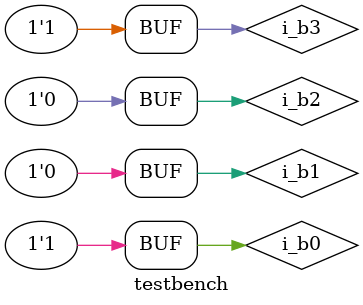
<source format=v>
module circuito1(
    input b3,
    input b2,
    input b1,
    input b0,
    output s0);

wire [3:0] entrada = {b3, b2, b1, b0};

/*
assign s0 = 
      (entrada == 0) 
    | (entrada == 2)
    | (entrada == 3)
    | (entrada == 5)
    | (entrada == 6)
    | (entrada == 7)
    | (entrada == 8)
    | (entrada == 9);
*/
assign s0 = 
    ~(  (entrada == 1) 
       |(entrada == 4) );

endmodule

module testbench;
reg i_b3, i_b2, i_b1, i_b0;
wire o;

circuito1 teste(i_b3, i_b2, i_b1, i_b0, o);

initial begin
    $dumpvars;
    i_b3 = 0; i_b2 = 0; i_b1 = 0; i_b0 = 0;
    #4;
    i_b3 = 0; i_b2 = 0; i_b1 = 0; i_b0 = 1;
    #4;
    i_b3 = 0; i_b2 = 0; i_b1 = 1; i_b0 = 0;
    #4;
    i_b3 = 0; i_b2 = 0; i_b1 = 1; i_b0 = 1;
    #4;
    i_b3 = 0; i_b2 = 1; i_b1 = 0; i_b0 = 0;
    #4;
    i_b3 = 0; i_b2 = 1; i_b1 = 0; i_b0 = 1;
    #4;
    i_b3 = 0; i_b2 = 1; i_b1 = 1; i_b0 = 0;
    #4;
    i_b3 = 0; i_b2 = 1; i_b1 = 1; i_b0 = 1;
    #4;
    i_b3 = 1; i_b2 = 0; i_b1 = 0; i_b0 = 0;
    #4;
    i_b3 = 1; i_b2 = 0; i_b1 = 0; i_b0 = 1;
    #4;

end

endmodule


</source>
